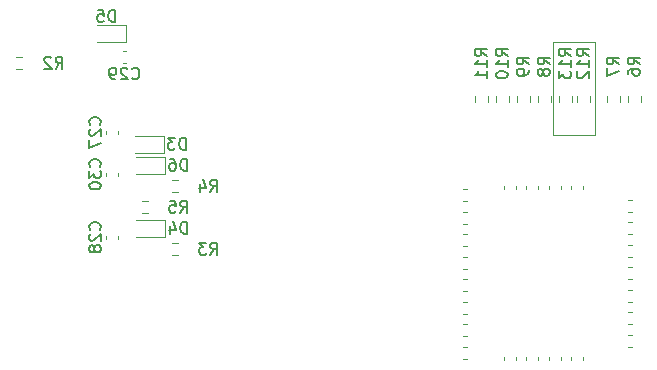
<source format=gbr>
%TF.GenerationSoftware,KiCad,Pcbnew,(5.1.9)-1*%
%TF.CreationDate,2021-02-04T20:28:27-06:00*%
%TF.ProjectId,Intel_10M02SCE144_Breakout_Board,496e7465-6c5f-4313-904d-303253434531,rev?*%
%TF.SameCoordinates,Original*%
%TF.FileFunction,Legend,Bot*%
%TF.FilePolarity,Positive*%
%FSLAX46Y46*%
G04 Gerber Fmt 4.6, Leading zero omitted, Abs format (unit mm)*
G04 Created by KiCad (PCBNEW (5.1.9)-1) date 2021-02-04 20:28:27*
%MOMM*%
%LPD*%
G01*
G04 APERTURE LIST*
%ADD10C,0.120000*%
%ADD11C,0.150000*%
G04 APERTURE END LIST*
D10*
X145288000Y-88646000D02*
X141732000Y-88646000D01*
X145288000Y-80772000D02*
X145288000Y-88646000D01*
X141732000Y-80772000D02*
X145288000Y-80772000D01*
X141732000Y-88646000D02*
X141732000Y-80772000D01*
%TO.C,C4*%
X148355267Y-105535000D02*
X148062733Y-105535000D01*
X148355267Y-106555000D02*
X148062733Y-106555000D01*
%TO.C,C5*%
X134092733Y-102741000D02*
X134385267Y-102741000D01*
X134092733Y-103761000D02*
X134385267Y-103761000D01*
%TO.C,C6*%
X138559000Y-107715267D02*
X138559000Y-107422733D01*
X137539000Y-107715267D02*
X137539000Y-107422733D01*
%TO.C,C7*%
X144274000Y-107715267D02*
X144274000Y-107422733D01*
X143254000Y-107715267D02*
X143254000Y-107422733D01*
%TO.C,C8*%
X140464000Y-92944733D02*
X140464000Y-93237267D01*
X139444000Y-92944733D02*
X139444000Y-93237267D01*
%TO.C,C9*%
X138559000Y-92944733D02*
X138559000Y-93237267D01*
X137539000Y-92944733D02*
X137539000Y-93237267D01*
%TO.C,C10*%
X148355267Y-99820000D02*
X148062733Y-99820000D01*
X148355267Y-100840000D02*
X148062733Y-100840000D01*
%TO.C,C11*%
X148355267Y-98935000D02*
X148062733Y-98935000D01*
X148355267Y-97915000D02*
X148062733Y-97915000D01*
%TO.C,C12*%
X134092733Y-94236000D02*
X134385267Y-94236000D01*
X134092733Y-93216000D02*
X134385267Y-93216000D01*
%TO.C,C13*%
X134092733Y-95121000D02*
X134385267Y-95121000D01*
X134092733Y-96141000D02*
X134385267Y-96141000D01*
%TO.C,C14*%
X134092733Y-98046000D02*
X134385267Y-98046000D01*
X134092733Y-97026000D02*
X134385267Y-97026000D01*
%TO.C,C15*%
X142369000Y-92944733D02*
X142369000Y-93237267D01*
X141349000Y-92944733D02*
X141349000Y-93237267D01*
%TO.C,C16*%
X143254000Y-92944733D02*
X143254000Y-93237267D01*
X144274000Y-92944733D02*
X144274000Y-93237267D01*
%TO.C,C17*%
X148355267Y-95125000D02*
X148062733Y-95125000D01*
X148355267Y-94105000D02*
X148062733Y-94105000D01*
%TO.C,C18*%
X148355267Y-97030000D02*
X148062733Y-97030000D01*
X148355267Y-96010000D02*
X148062733Y-96010000D01*
%TO.C,C19*%
X148355267Y-104650000D02*
X148062733Y-104650000D01*
X148355267Y-103630000D02*
X148062733Y-103630000D01*
%TO.C,C20*%
X148355267Y-101725000D02*
X148062733Y-101725000D01*
X148355267Y-102745000D02*
X148062733Y-102745000D01*
%TO.C,C21*%
X140464000Y-107715267D02*
X140464000Y-107422733D01*
X139444000Y-107715267D02*
X139444000Y-107422733D01*
%TO.C,C22*%
X142369000Y-107715267D02*
X142369000Y-107422733D01*
X141349000Y-107715267D02*
X141349000Y-107422733D01*
%TO.C,C23*%
X134092733Y-104646000D02*
X134385267Y-104646000D01*
X134092733Y-105666000D02*
X134385267Y-105666000D01*
%TO.C,C24*%
X134092733Y-107571000D02*
X134385267Y-107571000D01*
X134092733Y-106551000D02*
X134385267Y-106551000D01*
%TO.C,C25*%
X134092733Y-98931000D02*
X134385267Y-98931000D01*
X134092733Y-99951000D02*
X134385267Y-99951000D01*
%TO.C,C26*%
X134092733Y-101856000D02*
X134385267Y-101856000D01*
X134092733Y-100836000D02*
X134385267Y-100836000D01*
%TO.C,C27*%
X103884000Y-88245733D02*
X103884000Y-88538267D01*
X104904000Y-88245733D02*
X104904000Y-88538267D01*
%TO.C,C28*%
X104904000Y-97135733D02*
X104904000Y-97428267D01*
X103884000Y-97135733D02*
X103884000Y-97428267D01*
%TO.C,C29*%
X105263733Y-82552000D02*
X105556267Y-82552000D01*
X105263733Y-81532000D02*
X105556267Y-81532000D01*
%TO.C,C30*%
X104904000Y-91801733D02*
X104904000Y-92094267D01*
X103884000Y-91801733D02*
X103884000Y-92094267D01*
%TO.C,D3*%
X108735000Y-90143000D02*
X106275000Y-90143000D01*
X108735000Y-88673000D02*
X108735000Y-90143000D01*
X106275000Y-88673000D02*
X108735000Y-88673000D01*
%TO.C,D4*%
X106388000Y-95785000D02*
X108848000Y-95785000D01*
X108848000Y-95785000D02*
X108848000Y-97255000D01*
X108848000Y-97255000D02*
X106388000Y-97255000D01*
%TO.C,D5*%
X105546000Y-80745000D02*
X103086000Y-80745000D01*
X105546000Y-79275000D02*
X105546000Y-80745000D01*
X103086000Y-79275000D02*
X105546000Y-79275000D01*
%TO.C,D6*%
X106388000Y-90451000D02*
X108848000Y-90451000D01*
X108848000Y-90451000D02*
X108848000Y-91921000D01*
X108848000Y-91921000D02*
X106388000Y-91921000D01*
%TO.C,R2*%
X96265276Y-83072500D02*
X96774724Y-83072500D01*
X96265276Y-82027500D02*
X96774724Y-82027500D01*
%TO.C,R3*%
X109982724Y-98820500D02*
X109473276Y-98820500D01*
X109982724Y-97775500D02*
X109473276Y-97775500D01*
%TO.C,R4*%
X109982724Y-92441500D02*
X109473276Y-92441500D01*
X109982724Y-93486500D02*
X109473276Y-93486500D01*
%TO.C,R5*%
X107442724Y-95264500D02*
X106933276Y-95264500D01*
X107442724Y-94219500D02*
X106933276Y-94219500D01*
%TO.C,R6*%
X148067500Y-85343276D02*
X148067500Y-85852724D01*
X149112500Y-85343276D02*
X149112500Y-85852724D01*
%TO.C,R7*%
X147334500Y-85343276D02*
X147334500Y-85852724D01*
X146289500Y-85343276D02*
X146289500Y-85852724D01*
%TO.C,R8*%
X140447500Y-85343276D02*
X140447500Y-85852724D01*
X141492500Y-85343276D02*
X141492500Y-85852724D01*
%TO.C,R9*%
X139714500Y-85343276D02*
X139714500Y-85852724D01*
X138669500Y-85343276D02*
X138669500Y-85852724D01*
%TO.C,R10*%
X136891500Y-85343276D02*
X136891500Y-85852724D01*
X137936500Y-85343276D02*
X137936500Y-85852724D01*
%TO.C,R11*%
X136158500Y-85343276D02*
X136158500Y-85852724D01*
X135113500Y-85343276D02*
X135113500Y-85852724D01*
%TO.C,R12*%
X143749500Y-85343276D02*
X143749500Y-85852724D01*
X144794500Y-85343276D02*
X144794500Y-85852724D01*
%TO.C,R13*%
X142225500Y-85852724D02*
X142225500Y-85343276D01*
X143270500Y-85852724D02*
X143270500Y-85343276D01*
%TO.C,C27*%
D11*
X103321142Y-87749142D02*
X103368761Y-87701523D01*
X103416380Y-87558666D01*
X103416380Y-87463428D01*
X103368761Y-87320571D01*
X103273523Y-87225333D01*
X103178285Y-87177714D01*
X102987809Y-87130095D01*
X102844952Y-87130095D01*
X102654476Y-87177714D01*
X102559238Y-87225333D01*
X102464000Y-87320571D01*
X102416380Y-87463428D01*
X102416380Y-87558666D01*
X102464000Y-87701523D01*
X102511619Y-87749142D01*
X102511619Y-88130095D02*
X102464000Y-88177714D01*
X102416380Y-88272952D01*
X102416380Y-88511047D01*
X102464000Y-88606285D01*
X102511619Y-88653904D01*
X102606857Y-88701523D01*
X102702095Y-88701523D01*
X102844952Y-88653904D01*
X103416380Y-88082476D01*
X103416380Y-88701523D01*
X102416380Y-89034857D02*
X102416380Y-89701523D01*
X103416380Y-89272952D01*
%TO.C,C28*%
X103321142Y-96639142D02*
X103368761Y-96591523D01*
X103416380Y-96448666D01*
X103416380Y-96353428D01*
X103368761Y-96210571D01*
X103273523Y-96115333D01*
X103178285Y-96067714D01*
X102987809Y-96020095D01*
X102844952Y-96020095D01*
X102654476Y-96067714D01*
X102559238Y-96115333D01*
X102464000Y-96210571D01*
X102416380Y-96353428D01*
X102416380Y-96448666D01*
X102464000Y-96591523D01*
X102511619Y-96639142D01*
X102511619Y-97020095D02*
X102464000Y-97067714D01*
X102416380Y-97162952D01*
X102416380Y-97401047D01*
X102464000Y-97496285D01*
X102511619Y-97543904D01*
X102606857Y-97591523D01*
X102702095Y-97591523D01*
X102844952Y-97543904D01*
X103416380Y-96972476D01*
X103416380Y-97591523D01*
X102844952Y-98162952D02*
X102797333Y-98067714D01*
X102749714Y-98020095D01*
X102654476Y-97972476D01*
X102606857Y-97972476D01*
X102511619Y-98020095D01*
X102464000Y-98067714D01*
X102416380Y-98162952D01*
X102416380Y-98353428D01*
X102464000Y-98448666D01*
X102511619Y-98496285D01*
X102606857Y-98543904D01*
X102654476Y-98543904D01*
X102749714Y-98496285D01*
X102797333Y-98448666D01*
X102844952Y-98353428D01*
X102844952Y-98162952D01*
X102892571Y-98067714D01*
X102940190Y-98020095D01*
X103035428Y-97972476D01*
X103225904Y-97972476D01*
X103321142Y-98020095D01*
X103368761Y-98067714D01*
X103416380Y-98162952D01*
X103416380Y-98353428D01*
X103368761Y-98448666D01*
X103321142Y-98496285D01*
X103225904Y-98543904D01*
X103035428Y-98543904D01*
X102940190Y-98496285D01*
X102892571Y-98448666D01*
X102844952Y-98353428D01*
%TO.C,C29*%
X106052857Y-83829142D02*
X106100476Y-83876761D01*
X106243333Y-83924380D01*
X106338571Y-83924380D01*
X106481428Y-83876761D01*
X106576666Y-83781523D01*
X106624285Y-83686285D01*
X106671904Y-83495809D01*
X106671904Y-83352952D01*
X106624285Y-83162476D01*
X106576666Y-83067238D01*
X106481428Y-82972000D01*
X106338571Y-82924380D01*
X106243333Y-82924380D01*
X106100476Y-82972000D01*
X106052857Y-83019619D01*
X105671904Y-83019619D02*
X105624285Y-82972000D01*
X105529047Y-82924380D01*
X105290952Y-82924380D01*
X105195714Y-82972000D01*
X105148095Y-83019619D01*
X105100476Y-83114857D01*
X105100476Y-83210095D01*
X105148095Y-83352952D01*
X105719523Y-83924380D01*
X105100476Y-83924380D01*
X104624285Y-83924380D02*
X104433809Y-83924380D01*
X104338571Y-83876761D01*
X104290952Y-83829142D01*
X104195714Y-83686285D01*
X104148095Y-83495809D01*
X104148095Y-83114857D01*
X104195714Y-83019619D01*
X104243333Y-82972000D01*
X104338571Y-82924380D01*
X104529047Y-82924380D01*
X104624285Y-82972000D01*
X104671904Y-83019619D01*
X104719523Y-83114857D01*
X104719523Y-83352952D01*
X104671904Y-83448190D01*
X104624285Y-83495809D01*
X104529047Y-83543428D01*
X104338571Y-83543428D01*
X104243333Y-83495809D01*
X104195714Y-83448190D01*
X104148095Y-83352952D01*
%TO.C,C30*%
X103321142Y-91305142D02*
X103368761Y-91257523D01*
X103416380Y-91114666D01*
X103416380Y-91019428D01*
X103368761Y-90876571D01*
X103273523Y-90781333D01*
X103178285Y-90733714D01*
X102987809Y-90686095D01*
X102844952Y-90686095D01*
X102654476Y-90733714D01*
X102559238Y-90781333D01*
X102464000Y-90876571D01*
X102416380Y-91019428D01*
X102416380Y-91114666D01*
X102464000Y-91257523D01*
X102511619Y-91305142D01*
X102416380Y-91638476D02*
X102416380Y-92257523D01*
X102797333Y-91924190D01*
X102797333Y-92067047D01*
X102844952Y-92162285D01*
X102892571Y-92209904D01*
X102987809Y-92257523D01*
X103225904Y-92257523D01*
X103321142Y-92209904D01*
X103368761Y-92162285D01*
X103416380Y-92067047D01*
X103416380Y-91781333D01*
X103368761Y-91686095D01*
X103321142Y-91638476D01*
X102416380Y-92876571D02*
X102416380Y-92971809D01*
X102464000Y-93067047D01*
X102511619Y-93114666D01*
X102606857Y-93162285D01*
X102797333Y-93209904D01*
X103035428Y-93209904D01*
X103225904Y-93162285D01*
X103321142Y-93114666D01*
X103368761Y-93067047D01*
X103416380Y-92971809D01*
X103416380Y-92876571D01*
X103368761Y-92781333D01*
X103321142Y-92733714D01*
X103225904Y-92686095D01*
X103035428Y-92638476D01*
X102797333Y-92638476D01*
X102606857Y-92686095D01*
X102511619Y-92733714D01*
X102464000Y-92781333D01*
X102416380Y-92876571D01*
%TO.C,D3*%
X110607095Y-89860380D02*
X110607095Y-88860380D01*
X110369000Y-88860380D01*
X110226142Y-88908000D01*
X110130904Y-89003238D01*
X110083285Y-89098476D01*
X110035666Y-89288952D01*
X110035666Y-89431809D01*
X110083285Y-89622285D01*
X110130904Y-89717523D01*
X110226142Y-89812761D01*
X110369000Y-89860380D01*
X110607095Y-89860380D01*
X109702333Y-88860380D02*
X109083285Y-88860380D01*
X109416619Y-89241333D01*
X109273761Y-89241333D01*
X109178523Y-89288952D01*
X109130904Y-89336571D01*
X109083285Y-89431809D01*
X109083285Y-89669904D01*
X109130904Y-89765142D01*
X109178523Y-89812761D01*
X109273761Y-89860380D01*
X109559476Y-89860380D01*
X109654714Y-89812761D01*
X109702333Y-89765142D01*
%TO.C,D4*%
X110720095Y-96972380D02*
X110720095Y-95972380D01*
X110482000Y-95972380D01*
X110339142Y-96020000D01*
X110243904Y-96115238D01*
X110196285Y-96210476D01*
X110148666Y-96400952D01*
X110148666Y-96543809D01*
X110196285Y-96734285D01*
X110243904Y-96829523D01*
X110339142Y-96924761D01*
X110482000Y-96972380D01*
X110720095Y-96972380D01*
X109291523Y-96305714D02*
X109291523Y-96972380D01*
X109529619Y-95924761D02*
X109767714Y-96639047D01*
X109148666Y-96639047D01*
%TO.C,D5*%
X104624095Y-79032380D02*
X104624095Y-78032380D01*
X104386000Y-78032380D01*
X104243142Y-78080000D01*
X104147904Y-78175238D01*
X104100285Y-78270476D01*
X104052666Y-78460952D01*
X104052666Y-78603809D01*
X104100285Y-78794285D01*
X104147904Y-78889523D01*
X104243142Y-78984761D01*
X104386000Y-79032380D01*
X104624095Y-79032380D01*
X103147904Y-78032380D02*
X103624095Y-78032380D01*
X103671714Y-78508571D01*
X103624095Y-78460952D01*
X103528857Y-78413333D01*
X103290761Y-78413333D01*
X103195523Y-78460952D01*
X103147904Y-78508571D01*
X103100285Y-78603809D01*
X103100285Y-78841904D01*
X103147904Y-78937142D01*
X103195523Y-78984761D01*
X103290761Y-79032380D01*
X103528857Y-79032380D01*
X103624095Y-78984761D01*
X103671714Y-78937142D01*
%TO.C,D6*%
X110720095Y-91638380D02*
X110720095Y-90638380D01*
X110482000Y-90638380D01*
X110339142Y-90686000D01*
X110243904Y-90781238D01*
X110196285Y-90876476D01*
X110148666Y-91066952D01*
X110148666Y-91209809D01*
X110196285Y-91400285D01*
X110243904Y-91495523D01*
X110339142Y-91590761D01*
X110482000Y-91638380D01*
X110720095Y-91638380D01*
X109291523Y-90638380D02*
X109482000Y-90638380D01*
X109577238Y-90686000D01*
X109624857Y-90733619D01*
X109720095Y-90876476D01*
X109767714Y-91066952D01*
X109767714Y-91447904D01*
X109720095Y-91543142D01*
X109672476Y-91590761D01*
X109577238Y-91638380D01*
X109386761Y-91638380D01*
X109291523Y-91590761D01*
X109243904Y-91543142D01*
X109196285Y-91447904D01*
X109196285Y-91209809D01*
X109243904Y-91114571D01*
X109291523Y-91066952D01*
X109386761Y-91019333D01*
X109577238Y-91019333D01*
X109672476Y-91066952D01*
X109720095Y-91114571D01*
X109767714Y-91209809D01*
%TO.C,R2*%
X99584166Y-83002380D02*
X99917500Y-82526190D01*
X100155595Y-83002380D02*
X100155595Y-82002380D01*
X99774642Y-82002380D01*
X99679404Y-82050000D01*
X99631785Y-82097619D01*
X99584166Y-82192857D01*
X99584166Y-82335714D01*
X99631785Y-82430952D01*
X99679404Y-82478571D01*
X99774642Y-82526190D01*
X100155595Y-82526190D01*
X99203214Y-82097619D02*
X99155595Y-82050000D01*
X99060357Y-82002380D01*
X98822261Y-82002380D01*
X98727023Y-82050000D01*
X98679404Y-82097619D01*
X98631785Y-82192857D01*
X98631785Y-82288095D01*
X98679404Y-82430952D01*
X99250833Y-83002380D01*
X98631785Y-83002380D01*
%TO.C,R3*%
X112688666Y-98750380D02*
X113022000Y-98274190D01*
X113260095Y-98750380D02*
X113260095Y-97750380D01*
X112879142Y-97750380D01*
X112783904Y-97798000D01*
X112736285Y-97845619D01*
X112688666Y-97940857D01*
X112688666Y-98083714D01*
X112736285Y-98178952D01*
X112783904Y-98226571D01*
X112879142Y-98274190D01*
X113260095Y-98274190D01*
X112355333Y-97750380D02*
X111736285Y-97750380D01*
X112069619Y-98131333D01*
X111926761Y-98131333D01*
X111831523Y-98178952D01*
X111783904Y-98226571D01*
X111736285Y-98321809D01*
X111736285Y-98559904D01*
X111783904Y-98655142D01*
X111831523Y-98702761D01*
X111926761Y-98750380D01*
X112212476Y-98750380D01*
X112307714Y-98702761D01*
X112355333Y-98655142D01*
%TO.C,R4*%
X112688666Y-93416380D02*
X113022000Y-92940190D01*
X113260095Y-93416380D02*
X113260095Y-92416380D01*
X112879142Y-92416380D01*
X112783904Y-92464000D01*
X112736285Y-92511619D01*
X112688666Y-92606857D01*
X112688666Y-92749714D01*
X112736285Y-92844952D01*
X112783904Y-92892571D01*
X112879142Y-92940190D01*
X113260095Y-92940190D01*
X111831523Y-92749714D02*
X111831523Y-93416380D01*
X112069619Y-92368761D02*
X112307714Y-93083047D01*
X111688666Y-93083047D01*
%TO.C,R5*%
X110148666Y-95194380D02*
X110482000Y-94718190D01*
X110720095Y-95194380D02*
X110720095Y-94194380D01*
X110339142Y-94194380D01*
X110243904Y-94242000D01*
X110196285Y-94289619D01*
X110148666Y-94384857D01*
X110148666Y-94527714D01*
X110196285Y-94622952D01*
X110243904Y-94670571D01*
X110339142Y-94718190D01*
X110720095Y-94718190D01*
X109243904Y-94194380D02*
X109720095Y-94194380D01*
X109767714Y-94670571D01*
X109720095Y-94622952D01*
X109624857Y-94575333D01*
X109386761Y-94575333D01*
X109291523Y-94622952D01*
X109243904Y-94670571D01*
X109196285Y-94765809D01*
X109196285Y-95003904D01*
X109243904Y-95099142D01*
X109291523Y-95146761D01*
X109386761Y-95194380D01*
X109624857Y-95194380D01*
X109720095Y-95146761D01*
X109767714Y-95099142D01*
%TO.C,R6*%
X149042380Y-82637333D02*
X148566190Y-82304000D01*
X149042380Y-82065904D02*
X148042380Y-82065904D01*
X148042380Y-82446857D01*
X148090000Y-82542095D01*
X148137619Y-82589714D01*
X148232857Y-82637333D01*
X148375714Y-82637333D01*
X148470952Y-82589714D01*
X148518571Y-82542095D01*
X148566190Y-82446857D01*
X148566190Y-82065904D01*
X148042380Y-83494476D02*
X148042380Y-83304000D01*
X148090000Y-83208761D01*
X148137619Y-83161142D01*
X148280476Y-83065904D01*
X148470952Y-83018285D01*
X148851904Y-83018285D01*
X148947142Y-83065904D01*
X148994761Y-83113523D01*
X149042380Y-83208761D01*
X149042380Y-83399238D01*
X148994761Y-83494476D01*
X148947142Y-83542095D01*
X148851904Y-83589714D01*
X148613809Y-83589714D01*
X148518571Y-83542095D01*
X148470952Y-83494476D01*
X148423333Y-83399238D01*
X148423333Y-83208761D01*
X148470952Y-83113523D01*
X148518571Y-83065904D01*
X148613809Y-83018285D01*
%TO.C,R7*%
X147264380Y-82637333D02*
X146788190Y-82304000D01*
X147264380Y-82065904D02*
X146264380Y-82065904D01*
X146264380Y-82446857D01*
X146312000Y-82542095D01*
X146359619Y-82589714D01*
X146454857Y-82637333D01*
X146597714Y-82637333D01*
X146692952Y-82589714D01*
X146740571Y-82542095D01*
X146788190Y-82446857D01*
X146788190Y-82065904D01*
X146264380Y-82970666D02*
X146264380Y-83637333D01*
X147264380Y-83208761D01*
%TO.C,R8*%
X141422380Y-82637333D02*
X140946190Y-82304000D01*
X141422380Y-82065904D02*
X140422380Y-82065904D01*
X140422380Y-82446857D01*
X140470000Y-82542095D01*
X140517619Y-82589714D01*
X140612857Y-82637333D01*
X140755714Y-82637333D01*
X140850952Y-82589714D01*
X140898571Y-82542095D01*
X140946190Y-82446857D01*
X140946190Y-82065904D01*
X140850952Y-83208761D02*
X140803333Y-83113523D01*
X140755714Y-83065904D01*
X140660476Y-83018285D01*
X140612857Y-83018285D01*
X140517619Y-83065904D01*
X140470000Y-83113523D01*
X140422380Y-83208761D01*
X140422380Y-83399238D01*
X140470000Y-83494476D01*
X140517619Y-83542095D01*
X140612857Y-83589714D01*
X140660476Y-83589714D01*
X140755714Y-83542095D01*
X140803333Y-83494476D01*
X140850952Y-83399238D01*
X140850952Y-83208761D01*
X140898571Y-83113523D01*
X140946190Y-83065904D01*
X141041428Y-83018285D01*
X141231904Y-83018285D01*
X141327142Y-83065904D01*
X141374761Y-83113523D01*
X141422380Y-83208761D01*
X141422380Y-83399238D01*
X141374761Y-83494476D01*
X141327142Y-83542095D01*
X141231904Y-83589714D01*
X141041428Y-83589714D01*
X140946190Y-83542095D01*
X140898571Y-83494476D01*
X140850952Y-83399238D01*
%TO.C,R9*%
X139644380Y-82637333D02*
X139168190Y-82304000D01*
X139644380Y-82065904D02*
X138644380Y-82065904D01*
X138644380Y-82446857D01*
X138692000Y-82542095D01*
X138739619Y-82589714D01*
X138834857Y-82637333D01*
X138977714Y-82637333D01*
X139072952Y-82589714D01*
X139120571Y-82542095D01*
X139168190Y-82446857D01*
X139168190Y-82065904D01*
X139644380Y-83113523D02*
X139644380Y-83304000D01*
X139596761Y-83399238D01*
X139549142Y-83446857D01*
X139406285Y-83542095D01*
X139215809Y-83589714D01*
X138834857Y-83589714D01*
X138739619Y-83542095D01*
X138692000Y-83494476D01*
X138644380Y-83399238D01*
X138644380Y-83208761D01*
X138692000Y-83113523D01*
X138739619Y-83065904D01*
X138834857Y-83018285D01*
X139072952Y-83018285D01*
X139168190Y-83065904D01*
X139215809Y-83113523D01*
X139263428Y-83208761D01*
X139263428Y-83399238D01*
X139215809Y-83494476D01*
X139168190Y-83542095D01*
X139072952Y-83589714D01*
%TO.C,R10*%
X137866380Y-81907142D02*
X137390190Y-81573809D01*
X137866380Y-81335714D02*
X136866380Y-81335714D01*
X136866380Y-81716666D01*
X136914000Y-81811904D01*
X136961619Y-81859523D01*
X137056857Y-81907142D01*
X137199714Y-81907142D01*
X137294952Y-81859523D01*
X137342571Y-81811904D01*
X137390190Y-81716666D01*
X137390190Y-81335714D01*
X137866380Y-82859523D02*
X137866380Y-82288095D01*
X137866380Y-82573809D02*
X136866380Y-82573809D01*
X137009238Y-82478571D01*
X137104476Y-82383333D01*
X137152095Y-82288095D01*
X136866380Y-83478571D02*
X136866380Y-83573809D01*
X136914000Y-83669047D01*
X136961619Y-83716666D01*
X137056857Y-83764285D01*
X137247333Y-83811904D01*
X137485428Y-83811904D01*
X137675904Y-83764285D01*
X137771142Y-83716666D01*
X137818761Y-83669047D01*
X137866380Y-83573809D01*
X137866380Y-83478571D01*
X137818761Y-83383333D01*
X137771142Y-83335714D01*
X137675904Y-83288095D01*
X137485428Y-83240476D01*
X137247333Y-83240476D01*
X137056857Y-83288095D01*
X136961619Y-83335714D01*
X136914000Y-83383333D01*
X136866380Y-83478571D01*
%TO.C,R11*%
X136088380Y-81907142D02*
X135612190Y-81573809D01*
X136088380Y-81335714D02*
X135088380Y-81335714D01*
X135088380Y-81716666D01*
X135136000Y-81811904D01*
X135183619Y-81859523D01*
X135278857Y-81907142D01*
X135421714Y-81907142D01*
X135516952Y-81859523D01*
X135564571Y-81811904D01*
X135612190Y-81716666D01*
X135612190Y-81335714D01*
X136088380Y-82859523D02*
X136088380Y-82288095D01*
X136088380Y-82573809D02*
X135088380Y-82573809D01*
X135231238Y-82478571D01*
X135326476Y-82383333D01*
X135374095Y-82288095D01*
X136088380Y-83811904D02*
X136088380Y-83240476D01*
X136088380Y-83526190D02*
X135088380Y-83526190D01*
X135231238Y-83430952D01*
X135326476Y-83335714D01*
X135374095Y-83240476D01*
%TO.C,R12*%
X144724380Y-81907142D02*
X144248190Y-81573809D01*
X144724380Y-81335714D02*
X143724380Y-81335714D01*
X143724380Y-81716666D01*
X143772000Y-81811904D01*
X143819619Y-81859523D01*
X143914857Y-81907142D01*
X144057714Y-81907142D01*
X144152952Y-81859523D01*
X144200571Y-81811904D01*
X144248190Y-81716666D01*
X144248190Y-81335714D01*
X144724380Y-82859523D02*
X144724380Y-82288095D01*
X144724380Y-82573809D02*
X143724380Y-82573809D01*
X143867238Y-82478571D01*
X143962476Y-82383333D01*
X144010095Y-82288095D01*
X143819619Y-83240476D02*
X143772000Y-83288095D01*
X143724380Y-83383333D01*
X143724380Y-83621428D01*
X143772000Y-83716666D01*
X143819619Y-83764285D01*
X143914857Y-83811904D01*
X144010095Y-83811904D01*
X144152952Y-83764285D01*
X144724380Y-83192857D01*
X144724380Y-83811904D01*
%TO.C,R13*%
X143200380Y-81907142D02*
X142724190Y-81573809D01*
X143200380Y-81335714D02*
X142200380Y-81335714D01*
X142200380Y-81716666D01*
X142248000Y-81811904D01*
X142295619Y-81859523D01*
X142390857Y-81907142D01*
X142533714Y-81907142D01*
X142628952Y-81859523D01*
X142676571Y-81811904D01*
X142724190Y-81716666D01*
X142724190Y-81335714D01*
X143200380Y-82859523D02*
X143200380Y-82288095D01*
X143200380Y-82573809D02*
X142200380Y-82573809D01*
X142343238Y-82478571D01*
X142438476Y-82383333D01*
X142486095Y-82288095D01*
X142200380Y-83192857D02*
X142200380Y-83811904D01*
X142581333Y-83478571D01*
X142581333Y-83621428D01*
X142628952Y-83716666D01*
X142676571Y-83764285D01*
X142771809Y-83811904D01*
X143009904Y-83811904D01*
X143105142Y-83764285D01*
X143152761Y-83716666D01*
X143200380Y-83621428D01*
X143200380Y-83335714D01*
X143152761Y-83240476D01*
X143105142Y-83192857D01*
%TD*%
M02*

</source>
